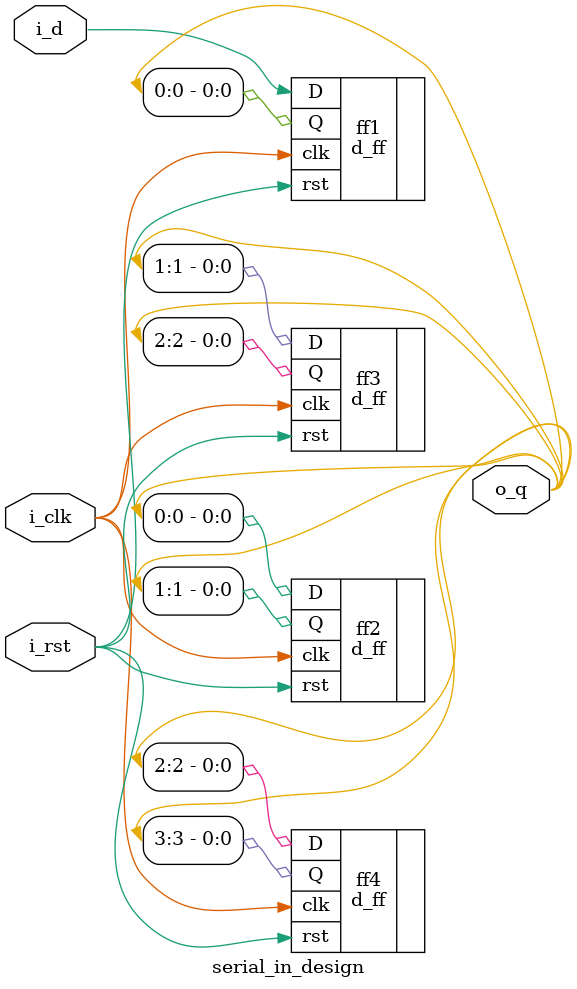
<source format=v>
`timescale 1ns / 1ps


module serial_in_design( input i_d, i_rst, i_clk,
output [3:0]o_q
    );
    
    d_ff ff1(.D(i_d), .rst(i_rst), .clk(i_clk), .Q(o_q[0]));
    d_ff ff2(.D(o_q[0]), .rst(i_rst), .clk(i_clk), .Q(o_q[1]));
    d_ff ff3(.D(o_q[1]), .rst(i_rst), .clk(i_clk), .Q(o_q[2]));
    d_ff ff4(.D(o_q[2]), .rst(i_rst), .clk(i_clk), .Q(o_q[3]));
endmodule

</source>
